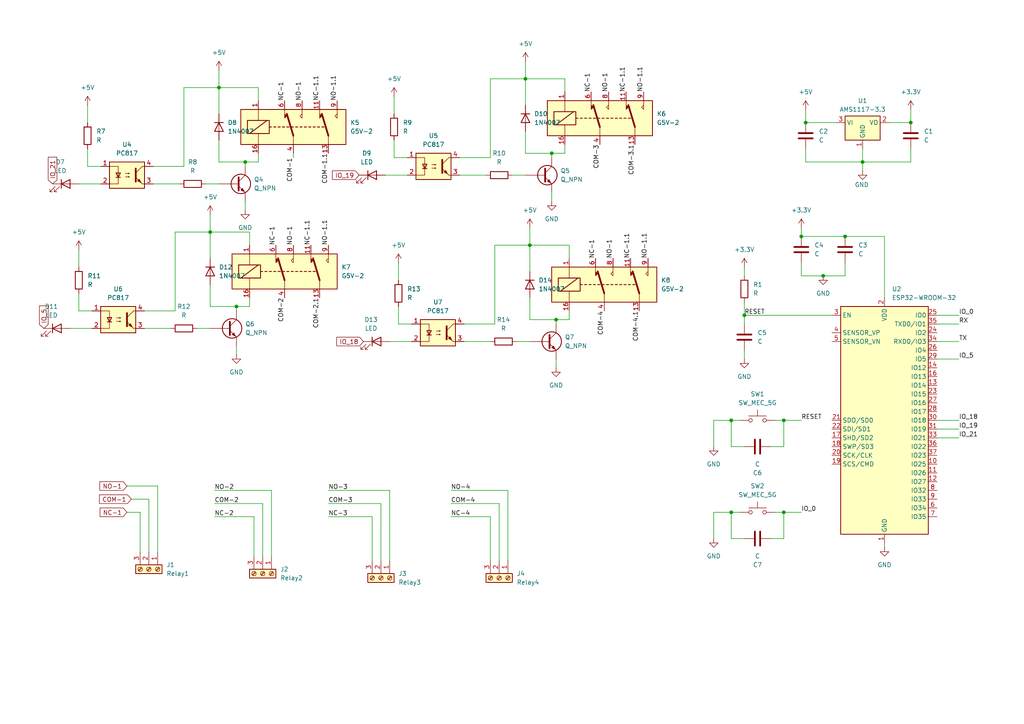
<source format=kicad_sch>
(kicad_sch (version 20250114) (generator "eeschema") (generator_version "9.0")
  (paper "A4")
  (lib_symbols
    (symbol "Connector:Screw_Terminal_01x03" (pin_names (offset 1.016) (hide yes))
      (property "Reference" "J" (at 0 5.08 0))
      (property "Value" "Screw_Terminal_01x03" (at 0 -5.08 0))
      (symbol "Screw_Terminal_01x03_1_1"
        (rectangle (start -1.27 3.81) (end 1.27 -3.81) (stroke (width 0.254)) (fill (type background)))
        (polyline (pts (xy -0.5334 2.8702) (xy 0.3302 2.032)) (stroke (width 0.1524)))
        (polyline (pts (xy -0.5334 0.3302) (xy 0.3302 -0.508)) (stroke (width 0.1524)))
        (polyline (pts (xy -0.5334 -2.2098) (xy 0.3302 -3.048)) (stroke (width 0.1524)))
        (polyline (pts (xy -0.3556 3.048) (xy 0.508 2.2098)) (stroke (width 0.1524)))
        (polyline (pts (xy -0.3556 0.508) (xy 0.508 -0.3302)) (stroke (width 0.1524)))
        (polyline (pts (xy -0.3556 -2.032) (xy 0.508 -2.8702)) (stroke (width 0.1524)))
        (circle (center 0 2.54) (radius 0.635) (stroke (width 0.1524)))
        (circle (center 0 0) (radius 0.635) (stroke (width 0.1524)))
        (circle (center 0 -2.54) (radius 0.635) (stroke (width 0.1524)))
        (pin passive line (at -5.08 2.54 0) (length 3.81) (name "Pin_1") (number "1"))
        (pin passive line (at -5.08 0 0) (length 3.81) (name "Pin_2") (number "2"))
        (pin passive line (at -5.08 -2.54 0) (length 3.81) (name "Pin_3") (number "3"))
      )
    )
    (symbol "Device:C" (pin_numbers (hide yes)) (pin_names (offset 0.254))
      (property "Reference" "C" (at 0.635 2.54 0))
      (property "Value" "C" (at 0.635 -2.54 0))
      (symbol "C_0_1"
        (polyline (pts (xy -2.032 0.762) (xy 2.032 0.762)) (stroke (width 0.508)))
        (polyline (pts (xy -2.032 -0.762) (xy 2.032 -0.762)) (stroke (width 0.508)))
      )
      (symbol "C_1_1"
        (pin passive line (at 0 3.81 270) (length 2.794) (name "~") (number "1"))
        (pin passive line (at 0 -3.81 90) (length 2.794) (name "~") (number "2"))
      )
    )
    (symbol "Device:LED" (pin_numbers (hide yes)) (pin_names (offset 1.016) (hide yes))
      (property "Reference" "D" (at 0 2.54 0))
      (property "Value" "LED" (at 0 -2.54 0))
      (symbol "LED_0_1"
        (polyline (pts (xy -3.048 -0.762) (xy -4.572 -2.286) (xy -3.81 -2.286) (xy -4.572 -2.286) (xy -4.572 -1.524)))
        (polyline (pts (xy -1.778 -0.762) (xy -3.302 -2.286) (xy -2.54 -2.286) (xy -3.302 -2.286) (xy -3.302 -1.524)))
        (polyline (pts (xy -1.27 0) (xy 1.27 0)))
        (polyline (pts (xy -1.27 -1.27) (xy -1.27 1.27)) (stroke (width 0.254)))
        (polyline (pts (xy 1.27 -1.27) (xy 1.27 1.27) (xy -1.27 0) (xy 1.27 -1.27)) (stroke (width 0.254)))
      )
      (symbol "LED_1_1"
        (pin passive line (at -3.81 0 0) (length 2.54) (name "K") (number "1"))
        (pin passive line (at 3.81 0 180) (length 2.54) (name "A") (number "2"))
      )
    )
    (symbol "Device:Q_NPN" (pin_numbers (hide yes)) (pin_names (offset 0) (hide yes))
      (property "Reference" "Q" (at 5.08 1.27 0))
      (property "Value" "Q_NPN" (at 5.08 -1.27 0))
      (symbol "Q_NPN_0_1"
        (polyline (pts (xy -2.54 0) (xy 0.635 0)))
        (polyline (pts (xy 0.635 1.905) (xy 0.635 -1.905)) (stroke (width 0.508)))
        (polyline (pts (xy 0.635 0.635) (xy 2.54 2.54)))
        (polyline (pts (xy 0.635 -0.635) (xy 2.54 -2.54)))
        (circle (center 1.27 0) (radius 2.8194) (stroke (width 0.254)))
        (polyline (pts (xy 1.27 -1.778) (xy 1.778 -1.27) (xy 2.286 -2.286) (xy 1.27 -1.778)) (fill (type outline)))
      )
      (symbol "Q_NPN_1_1"
        (pin input line (at -5.08 0 0) (length 2.54) (name "B") (number "B"))
        (pin passive line (at 2.54 5.08 270) (length 2.54) (name "C") (number "C"))
        (pin passive line (at 2.54 -5.08 90) (length 2.54) (name "E") (number "E"))
      )
    )
    (symbol "Device:R" (pin_numbers (hide yes)) (pin_names (offset 0))
      (property "Reference" "R" (at 2.032 0 90))
      (property "Value" "R" (at 0 0 90))
      (symbol "R_0_1"
        (rectangle (start -1.016 -2.54) (end 1.016 2.54) (stroke (width 0.254)))
      )
      (symbol "R_1_1"
        (pin passive line (at 0 3.81 270) (length 1.27) (name "~") (number "1"))
        (pin passive line (at 0 -3.81 90) (length 1.27) (name "~") (number "2"))
      )
    )
    (symbol "Diode:1N4007" (pin_numbers (hide yes)) (pin_names (hide yes))
      (property "Reference" "D" (at 0 2.54 0))
      (property "Value" "1N4007" (at 0 -2.54 0))
      (symbol "1N4007_0_1"
        (polyline (pts (xy -1.27 1.27) (xy -1.27 -1.27)) (stroke (width 0.254)))
        (polyline (pts (xy 1.27 1.27) (xy 1.27 -1.27) (xy -1.27 0) (xy 1.27 1.27)) (stroke (width 0.254)))
        (polyline (pts (xy 1.27 0) (xy -1.27 0)))
      )
      (symbol "1N4007_1_1"
        (pin passive line (at -3.81 0 0) (length 2.54) (name "K") (number "1"))
        (pin passive line (at 3.81 0 180) (length 2.54) (name "A") (number "2"))
      )
    )
    (symbol "Isolator:PC817" (pin_names (offset 1.016))
      (property "Reference" "U" (at -5.08 5.08 0))
      (property "Value" "PC817" (at 0 5.08 0))
      (symbol "PC817_0_1"
        (rectangle (start -5.08 3.81) (end 5.08 -3.81) (stroke (width 0.254)) (fill (type background)))
        (polyline (pts (xy -5.08 2.54) (xy -2.54 2.54) (xy -2.54 -0.635)))
        (polyline (pts (xy -3.175 -0.635) (xy -1.905 -0.635)) (stroke (width 0.254)))
        (polyline (pts (xy -2.54 -0.635) (xy -2.54 -2.54) (xy -5.08 -2.54)))
        (polyline (pts (xy -2.54 -0.635) (xy -3.175 0.635) (xy -1.905 0.635) (xy -2.54 -0.635)) (stroke (width 0.254)))
        (polyline (pts (xy -0.508 0.508) (xy 0.762 0.508) (xy 0.381 0.381) (xy 0.381 0.635) (xy 0.762 0.508)))
        (polyline (pts (xy -0.508 -0.508) (xy 0.762 -0.508) (xy 0.381 -0.635) (xy 0.381 -0.381) (xy 0.762 -0.508)))
        (polyline (pts (xy 2.54 1.905) (xy 2.54 -1.905) (xy 2.54 -1.905)) (stroke (width 0.508)))
        (polyline (pts (xy 2.54 0.635) (xy 4.445 2.54)))
        (polyline (pts (xy 3.048 -1.651) (xy 3.556 -1.143) (xy 4.064 -2.159) (xy 3.048 -1.651) (xy 3.048 -1.651)) (fill (type outline)))
        (polyline (pts (xy 4.445 2.54) (xy 5.08 2.54)))
        (polyline (pts (xy 4.445 -2.54) (xy 2.54 -0.635)) (fill (type outline)))
        (polyline (pts (xy 4.445 -2.54) (xy 5.08 -2.54)))
      )
      (symbol "PC817_1_1"
        (pin passive line (at -7.62 2.54 0) (length 2.54) (name "~") (number "1"))
        (pin passive line (at -7.62 -2.54 0) (length 2.54) (name "~") (number "2"))
        (pin passive line (at 7.62 2.54 180) (length 2.54) (name "~") (number "4"))
        (pin passive line (at 7.62 -2.54 180) (length 2.54) (name "~") (number "3"))
      )
    )
    (symbol "RF_Module:ESP32-WROOM-32"
      (property "Reference" "U" (at -12.7 34.29 0))
      (property "Value" "ESP32-WROOM-32" (at 1.27 34.29 0))
      (symbol "ESP32-WROOM-32_0_1"
        (rectangle (start -12.7 33.02) (end 12.7 -33.02) (stroke (width 0.254)) (fill (type background)))
      )
      (symbol "ESP32-WROOM-32_1_1"
        (pin input line (at -15.24 30.48 0) (length 2.54) (name "EN") (number "3"))
        (pin input line (at -15.24 25.4 0) (length 2.54) (name "SENSOR_VP") (number "4"))
        (pin input line (at -15.24 22.86 0) (length 2.54) (name "SENSOR_VN") (number "5"))
        (pin bidirectional line (at -15.24 0 0) (length 2.54) (name "SDO/SD0") (number "21"))
        (pin bidirectional line (at -15.24 -2.54 0) (length 2.54) (name "SDI/SD1") (number "22"))
        (pin bidirectional line (at -15.24 -5.08 0) (length 2.54) (name "SHD/SD2") (number "17"))
        (pin bidirectional line (at -15.24 -7.62 0) (length 2.54) (name "SWP/SD3") (number "18"))
        (pin bidirectional line (at -15.24 -10.16 0) (length 2.54) (name "SCK/CLK") (number "20"))
        (pin bidirectional line (at -15.24 -12.7 0) (length 2.54) (name "SCS/CMD") (number "19"))
        (pin no_connect line (at -12.7 -27.94 0) (length 2.54) (hide yes) (name "NC") (number "32"))
        (pin power_in line (at 0 35.56 270) (length 2.54) (name "VDD") (number "2"))
        (pin power_in line (at 0 -35.56 90) (length 2.54) (name "GND") (number "1"))
        (pin passive line (at 0 -35.56 90) (length 2.54) (hide yes) (name "GND") (number "15"))
        (pin passive line (at 0 -35.56 90) (length 2.54) (hide yes) (name "GND") (number "38"))
        (pin passive line (at 0 -35.56 90) (length 2.54) (hide yes) (name "GND") (number "39"))
        (pin bidirectional line (at 15.24 30.48 180) (length 2.54) (name "IO0") (number "25"))
        (pin bidirectional line (at 15.24 27.94 180) (length 2.54) (name "TXD0/IO1") (number "35"))
        (pin bidirectional line (at 15.24 25.4 180) (length 2.54) (name "IO2") (number "24"))
        (pin bidirectional line (at 15.24 22.86 180) (length 2.54) (name "RXD0/IO3") (number "34"))
        (pin bidirectional line (at 15.24 20.32 180) (length 2.54) (name "IO4") (number "26"))
        (pin bidirectional line (at 15.24 17.78 180) (length 2.54) (name "IO5") (number "29"))
        (pin bidirectional line (at 15.24 15.24 180) (length 2.54) (name "IO12") (number "14"))
        (pin bidirectional line (at 15.24 12.7 180) (length 2.54) (name "IO13") (number "16"))
        (pin bidirectional line (at 15.24 10.16 180) (length 2.54) (name "IO14") (number "13"))
        (pin bidirectional line (at 15.24 7.62 180) (length 2.54) (name "IO15") (number "23"))
        (pin bidirectional line (at 15.24 5.08 180) (length 2.54) (name "IO16") (number "27"))
        (pin bidirectional line (at 15.24 2.54 180) (length 2.54) (name "IO17") (number "28"))
        (pin bidirectional line (at 15.24 0 180) (length 2.54) (name "IO18") (number "30"))
        (pin bidirectional line (at 15.24 -2.54 180) (length 2.54) (name "IO19") (number "31"))
        (pin bidirectional line (at 15.24 -5.08 180) (length 2.54) (name "IO21") (number "33"))
        (pin bidirectional line (at 15.24 -7.62 180) (length 2.54) (name "IO22") (number "36"))
        (pin bidirectional line (at 15.24 -10.16 180) (length 2.54) (name "IO23") (number "37"))
        (pin bidirectional line (at 15.24 -12.7 180) (length 2.54) (name "IO25") (number "10"))
        (pin bidirectional line (at 15.24 -15.24 180) (length 2.54) (name "IO26") (number "11"))
        (pin bidirectional line (at 15.24 -17.78 180) (length 2.54) (name "IO27") (number "12"))
        (pin bidirectional line (at 15.24 -20.32 180) (length 2.54) (name "IO32") (number "8"))
        (pin bidirectional line (at 15.24 -22.86 180) (length 2.54) (name "IO33") (number "9"))
        (pin input line (at 15.24 -25.4 180) (length 2.54) (name "IO34") (number "6"))
        (pin input line (at 15.24 -27.94 180) (length 2.54) (name "IO35") (number "7"))
      )
    )
    (symbol "Regulator_Linear:AMS1117-3.3"
      (property "Reference" "U" (at -3.81 3.175 0))
      (property "Value" "AMS1117-3.3" (at 0 3.175 0))
      (symbol "AMS1117-3.3_0_1"
        (rectangle (start -5.08 -5.08) (end 5.08 1.905) (stroke (width 0.254)) (fill (type background)))
      )
      (symbol "AMS1117-3.3_1_1"
        (pin power_in line (at -7.62 0 0) (length 2.54) (name "VI") (number "3"))
        (pin power_in line (at 0 -7.62 90) (length 2.54) (name "GND") (number "1"))
        (pin power_out line (at 7.62 0 180) (length 2.54) (name "VO") (number "2"))
      )
    )
    (symbol "Relay:G5V-2"
      (property "Reference" "K" (at 16.51 3.81 0))
      (property "Value" "G5V-2" (at 16.51 1.27 0))
      (symbol "G5V-2_0_1"
        (rectangle (start -15.24 5.08) (end 15.24 -5.08) (stroke (width 0.254)) (fill (type background)))
        (rectangle (start -13.335 1.905) (end -6.985 -1.905) (stroke (width 0.254)))
        (polyline (pts (xy -12.7 -1.905) (xy -7.62 1.905)) (stroke (width 0.254)))
        (polyline (pts (xy -10.16 5.08) (xy -10.16 1.905)))
        (polyline (pts (xy -10.16 -5.08) (xy -10.16 -1.905)))
        (polyline (pts (xy -6.985 0) (xy -6.35 0)) (stroke (width 0.254)))
        (polyline (pts (xy -5.715 0) (xy -5.08 0)) (stroke (width 0.254)))
        (polyline (pts (xy -4.445 0) (xy -3.81 0)) (stroke (width 0.254)))
        (polyline (pts (xy -3.175 0) (xy -2.54 0)) (stroke (width 0.254)))
        (polyline (pts (xy -2.54 5.08) (xy -2.54 2.54) (xy -1.905 3.175) (xy -2.54 3.81)) (fill (type outline)))
        (polyline (pts (xy -1.905 0) (xy -1.27 0)) (stroke (width 0.254)))
        (polyline (pts (xy -0.635 0) (xy 0 0)) (stroke (width 0.254)))
        (polyline (pts (xy 0 -2.54) (xy -1.905 3.81)) (stroke (width 0.508)))
        (polyline (pts (xy 0 -2.54) (xy 0 -5.08)))
        (polyline (pts (xy 0.635 0) (xy 1.27 0)) (stroke (width 0.254)))
        (polyline (pts (xy 1.905 0) (xy 2.54 0)) (stroke (width 0.254)))
        (polyline (pts (xy 2.54 5.08) (xy 2.54 2.54) (xy 1.905 3.175) (xy 2.54 3.81)))
        (polyline (pts (xy 3.175 0) (xy 3.81 0)) (stroke (width 0.254)))
        (polyline (pts (xy 4.445 0) (xy 5.08 0)) (stroke (width 0.254)))
        (polyline (pts (xy 5.715 0) (xy 6.35 0)) (stroke (width 0.254)))
        (polyline (pts (xy 6.985 0) (xy 7.62 0)) (stroke (width 0.254)))
        (polyline (pts (xy 7.62 5.08) (xy 7.62 2.54) (xy 8.255 3.175) (xy 7.62 3.81)) (fill (type outline)))
        (polyline (pts (xy 8.255 0) (xy 8.89 0)) (stroke (width 0.254)))
        (polyline (pts (xy 10.16 -2.54) (xy 8.255 3.81)) (stroke (width 0.508)))
        (polyline (pts (xy 10.16 -2.54) (xy 10.16 -5.08)))
        (polyline (pts (xy 12.7 5.08) (xy 12.7 2.54) (xy 12.065 3.175) (xy 12.7 3.81)))
      )
      (symbol "G5V-2_1_1"
        (pin passive line (at -10.16 7.62 270) (length 2.54) (name "~") (number "1"))
        (pin passive line (at -10.16 -7.62 90) (length 2.54) (name "~") (number "16"))
        (pin passive line (at -2.54 7.62 270) (length 2.54) (name "~") (number "6"))
        (pin passive line (at 0 -7.62 90) (length 2.54) (name "~") (number "4"))
        (pin passive line (at 2.54 7.62 270) (length 2.54) (name "~") (number "8"))
        (pin passive line (at 7.62 7.62 270) (length 2.54) (name "~") (number "11"))
        (pin passive line (at 10.16 -7.62 90) (length 2.54) (name "~") (number "13"))
        (pin passive line (at 12.7 7.62 270) (length 2.54) (name "~") (number "9"))
      )
    )
    (symbol "Switch:SW_MEC_5G" (pin_numbers (hide yes)) (pin_names (offset 1.016) (hide yes))
      (property "Reference" "SW" (at 1.27 2.54 0))
      (property "Value" "SW_MEC_5G" (at 0 -1.524 0))
      (symbol "SW_MEC_5G_0_1"
        (circle (center -2.032 0) (radius 0.508))
        (polyline (pts (xy 0 1.27) (xy 0 3.048)))
        (circle (center 2.032 0) (radius 0.508))
        (polyline (pts (xy 2.54 1.27) (xy -2.54 1.27)))
        (pin passive line (at -5.08 0 0) (length 2.54) (name "A") (number "1"))
        (pin passive line (at 5.08 0 180) (length 2.54) (name "B") (number "3"))
      )
      (symbol "SW_MEC_5G_1_1"
        (pin passive line (at -5.08 0 0) (length 2.54) (hide yes) (name "A") (number "2"))
        (pin passive line (at 5.08 0 180) (length 2.54) (hide yes) (name "B") (number "4"))
      )
    )
    (symbol "power:+3.3V" (power) (pin_numbers (hide yes)) (pin_names (offset 0) (hide yes))
      (property "Value" "+3.3V" (at 0 3.556 0))
      (symbol "+3.3V_0_1"
        (polyline (pts (xy -0.762 1.27) (xy 0 2.54)))
        (polyline (pts (xy 0 2.54) (xy 0.762 1.27)))
        (polyline (pts (xy 0 0) (xy 0 2.54)))
      )
      (symbol "+3.3V_1_1"
        (pin power_in line (at 0 0 90) (length 0) (name "~") (number "1"))
      )
    )
    (symbol "power:+5V" (power) (pin_numbers (hide yes)) (pin_names (offset 0) (hide yes))
      (property "Value" "+5V" (at 0 3.556 0))
      (symbol "+5V_0_1"
        (polyline (pts (xy -0.762 1.27) (xy 0 2.54)))
        (polyline (pts (xy 0 2.54) (xy 0.762 1.27)))
        (polyline (pts (xy 0 0) (xy 0 2.54)))
      )
      (symbol "+5V_1_1"
        (pin power_in line (at 0 0 90) (length 0) (name "~") (number "1"))
      )
    )
    (symbol "power:GND" (power) (pin_numbers (hide yes)) (pin_names (offset 0) (hide yes))
      (property "Value" "GND" (at 0 -3.81 0))
      (symbol "GND_0_1"
        (polyline (pts (xy 0 0) (xy 0 -1.27) (xy 1.27 -1.27) (xy 0 -2.54) (xy -1.27 -1.27) (xy 0 -1.27)))
      )
      (symbol "GND_1_1"
        (pin power_in line (at 0 0 270) (length 0) (name "~") (number "1"))
      )
    )
  )
  (junction (at 161.29 92.71))
  (junction (at 232.41 68.58))
  (junction (at 227.33 148.59))
  (junction (at 160.02 44.45))
  (junction (at 152.4 22.86))
  (junction (at 215.9 91.44))
  (junction (at 212.09 121.92))
  (junction (at 245.11 68.58))
  (junction (at 68.58 88.9))
  (junction (at 71.12 46.99))
  (junction (at 227.33 121.92))
  (junction (at 63.5 25.4))
  (junction (at 233.68 35.56))
  (junction (at 153.67 71.12))
  (junction (at 250.19 46.99))
  (junction (at 238.76 80.01))
  (junction (at 212.09 148.59))
  (junction (at 60.96 67.31))
  (junction (at 264.16 35.56))
  (wire (pts (xy 215.9 87.63) (xy 215.9 91.44)))
  (wire (pts (xy 72.39 71.12) (xy 72.39 67.31)))
  (wire (pts (xy 71.12 46.99) (xy 71.12 48.26)))
  (wire (pts (xy 152.4 17.78) (xy 152.4 22.86)))
  (wire (pts (xy 271.78 127) (xy 278.13 127)))
  (wire (pts (xy 53.34 25.4) (xy 63.5 25.4)))
  (wire (pts (xy 73.66 149.86) (xy 73.66 161.29)))
  (wire (pts (xy 143.51 93.98) (xy 143.51 71.12)))
  (wire (pts (xy 250.19 46.99) (xy 250.19 49.53)))
  (wire (pts (xy 212.09 129.54) (xy 215.9 129.54)))
  (wire (pts (xy 256.54 86.36) (xy 256.54 68.58)))
  (wire (pts (xy 215.9 91.44) (xy 215.9 93.98)))
  (wire (pts (xy 113.03 99.06) (xy 119.38 99.06)))
  (wire (pts (xy 41.91 95.25) (xy 49.53 95.25)))
  (wire (pts (xy 72.39 86.36) (xy 72.39 88.9)))
  (wire (pts (xy 62.23 149.86) (xy 73.66 149.86)))
  (wire (pts (xy 163.83 41.91) (xy 163.83 44.45)))
  (wire (pts (xy 60.96 62.23) (xy 60.96 67.31)))
  (wire (pts (xy 25.4 43.18) (xy 25.4 48.26)))
  (wire (pts (xy 153.67 66.04) (xy 153.67 71.12)))
  (wire (pts (xy 60.96 82.55) (xy 60.96 88.9)))
  (wire (pts (xy 232.41 68.58) (xy 245.11 68.58)))
  (wire (pts (xy 165.1 71.12) (xy 153.67 71.12)))
  (wire (pts (xy 40.64 148.59) (xy 36.83 148.59)))
  (wire (pts (xy 144.78 146.05) (xy 130.81 146.05)))
  (wire (pts (xy 40.64 160.02) (xy 40.64 148.59)))
  (wire (pts (xy 160.02 55.88) (xy 160.02 58.42)))
  (wire (pts (xy 227.33 156.21) (xy 223.52 156.21)))
  (wire (pts (xy 22.86 90.17) (xy 26.67 90.17)))
  (wire (pts (xy 148.59 50.8) (xy 152.4 50.8)))
  (wire (pts (xy 271.78 121.92) (xy 278.13 121.92)))
  (wire (pts (xy 163.83 22.86) (xy 152.4 22.86)))
  (wire (pts (xy 271.78 91.44) (xy 278.13 91.44)))
  (wire (pts (xy 264.16 46.99) (xy 264.16 43.18)))
  (wire (pts (xy 232.41 80.01) (xy 238.76 80.01)))
  (wire (pts (xy 153.67 92.71) (xy 161.29 92.71)))
  (wire (pts (xy 68.58 88.9) (xy 68.58 90.17)))
  (wire (pts (xy 71.12 58.42) (xy 71.12 60.96)))
  (wire (pts (xy 133.35 45.72) (xy 142.24 45.72)))
  (wire (pts (xy 50.8 67.31) (xy 60.96 67.31)))
  (wire (pts (xy 227.33 121.92) (xy 232.41 121.92)))
  (wire (pts (xy 114.3 40.64) (xy 114.3 45.72)))
  (wire (pts (xy 232.41 76.2) (xy 232.41 80.01)))
  (wire (pts (xy 212.09 121.92) (xy 214.63 121.92)))
  (wire (pts (xy 215.9 101.6) (xy 215.9 104.14)))
  (wire (pts (xy 250.19 43.18) (xy 250.19 46.99)))
  (wire (pts (xy 50.8 90.17) (xy 50.8 67.31)))
  (wire (pts (xy 142.24 162.56) (xy 142.24 149.86)))
  (wire (pts (xy 165.1 74.93) (xy 165.1 71.12)))
  (wire (pts (xy 22.86 53.34) (xy 29.21 53.34)))
  (wire (pts (xy 25.4 30.48) (xy 25.4 35.56)))
  (wire (pts (xy 233.68 46.99) (xy 233.68 43.18)))
  (wire (pts (xy 245.11 76.2) (xy 245.11 80.01)))
  (wire (pts (xy 22.86 72.39) (xy 22.86 77.47)))
  (wire (pts (xy 115.57 76.2) (xy 115.57 81.28)))
  (wire (pts (xy 45.72 140.97) (xy 36.83 140.97)))
  (wire (pts (xy 63.5 46.99) (xy 71.12 46.99)))
  (wire (pts (xy 152.4 22.86) (xy 152.4 30.48)))
  (wire (pts (xy 271.78 124.46) (xy 278.13 124.46)))
  (wire (pts (xy 111.76 50.8) (xy 118.11 50.8)))
  (wire (pts (xy 160.02 44.45) (xy 163.83 44.45)))
  (wire (pts (xy 41.91 90.17) (xy 50.8 90.17)))
  (wire (pts (xy 227.33 148.59) (xy 232.41 148.59)))
  (wire (pts (xy 233.68 35.56) (xy 242.57 35.56)))
  (wire (pts (xy 71.12 46.99) (xy 74.93 46.99)))
  (wire (pts (xy 207.01 129.54) (xy 207.01 121.92)))
  (wire (pts (xy 144.78 162.56) (xy 144.78 146.05)))
  (wire (pts (xy 224.79 121.92) (xy 227.33 121.92)))
  (wire (pts (xy 44.45 53.34) (xy 52.07 53.34)))
  (wire (pts (xy 62.23 142.24) (xy 78.74 142.24)))
  (wire (pts (xy 149.86 99.06) (xy 153.67 99.06)))
  (wire (pts (xy 256.54 68.58) (xy 245.11 68.58)))
  (wire (pts (xy 74.93 29.21) (xy 74.93 25.4)))
  (wire (pts (xy 250.19 46.99) (xy 264.16 46.99)))
  (wire (pts (xy 160.02 44.45) (xy 160.02 45.72)))
  (wire (pts (xy 250.19 46.99) (xy 233.68 46.99)))
  (wire (pts (xy 107.95 149.86) (xy 95.25 149.86)))
  (wire (pts (xy 25.4 48.26) (xy 29.21 48.26)))
  (wire (pts (xy 153.67 71.12) (xy 153.67 78.74)))
  (wire (pts (xy 62.23 146.05) (xy 76.2 146.05)))
  (wire (pts (xy 110.49 162.56) (xy 110.49 146.05)))
  (wire (pts (xy 43.18 160.02) (xy 43.18 144.78)))
  (wire (pts (xy 152.4 44.45) (xy 160.02 44.45)))
  (wire (pts (xy 110.49 146.05) (xy 95.25 146.05)))
  (wire (pts (xy 20.32 95.25) (xy 26.67 95.25)))
  (wire (pts (xy 142.24 149.86) (xy 130.81 149.86)))
  (wire (pts (xy 22.86 85.09) (xy 22.86 90.17)))
  (wire (pts (xy 74.93 44.45) (xy 74.93 46.99)))
  (wire (pts (xy 147.32 162.56) (xy 147.32 142.24)))
  (wire (pts (xy 264.16 31.75) (xy 264.16 35.56)))
  (wire (pts (xy 45.72 160.02) (xy 45.72 140.97)))
  (wire (pts (xy 57.15 95.25) (xy 60.96 95.25)))
  (wire (pts (xy 152.4 38.1) (xy 152.4 44.45)))
  (wire (pts (xy 107.95 162.56) (xy 107.95 149.86)))
  (wire (pts (xy 224.79 148.59) (xy 227.33 148.59)))
  (wire (pts (xy 59.69 53.34) (xy 63.5 53.34)))
  (wire (pts (xy 257.81 35.56) (xy 264.16 35.56)))
  (wire (pts (xy 143.51 71.12) (xy 153.67 71.12)))
  (wire (pts (xy 68.58 100.33) (xy 68.58 102.87)))
  (wire (pts (xy 153.67 86.36) (xy 153.67 92.71)))
  (wire (pts (xy 163.83 26.67) (xy 163.83 22.86)))
  (wire (pts (xy 134.62 99.06) (xy 142.24 99.06)))
  (wire (pts (xy 212.09 148.59) (xy 212.09 156.21)))
  (wire (pts (xy 207.01 121.92) (xy 212.09 121.92)))
  (wire (pts (xy 212.09 121.92) (xy 212.09 129.54)))
  (wire (pts (xy 212.09 156.21) (xy 215.9 156.21)))
  (wire (pts (xy 233.68 31.75) (xy 233.68 35.56)))
  (wire (pts (xy 114.3 27.94) (xy 114.3 33.02)))
  (wire (pts (xy 161.29 92.71) (xy 161.29 93.98)))
  (wire (pts (xy 43.18 144.78) (xy 38.1 144.78)))
  (wire (pts (xy 271.78 99.06) (xy 278.13 99.06)))
  (wire (pts (xy 256.54 157.48) (xy 256.54 158.75)))
  (wire (pts (xy 63.5 25.4) (xy 63.5 33.02)))
  (wire (pts (xy 60.96 67.31) (xy 60.96 74.93)))
  (wire (pts (xy 53.34 48.26) (xy 53.34 25.4)))
  (wire (pts (xy 227.33 121.92) (xy 227.33 129.54)))
  (wire (pts (xy 85.09 44.45) (xy 85.09 45.72)))
  (wire (pts (xy 161.29 104.14) (xy 161.29 106.68)))
  (wire (pts (xy 271.78 93.98) (xy 278.13 93.98)))
  (wire (pts (xy 227.33 148.59) (xy 227.33 156.21)))
  (wire (pts (xy 215.9 91.44) (xy 241.3 91.44)))
  (wire (pts (xy 44.45 48.26) (xy 53.34 48.26)))
  (wire (pts (xy 271.78 104.14) (xy 278.13 104.14)))
  (wire (pts (xy 207.01 148.59) (xy 212.09 148.59)))
  (wire (pts (xy 142.24 45.72) (xy 142.24 22.86)))
  (wire (pts (xy 133.35 50.8) (xy 140.97 50.8)))
  (wire (pts (xy 227.33 129.54) (xy 223.52 129.54)))
  (wire (pts (xy 68.58 88.9) (xy 72.39 88.9)))
  (wire (pts (xy 60.96 88.9) (xy 68.58 88.9)))
  (wire (pts (xy 245.11 80.01) (xy 238.76 80.01)))
  (wire (pts (xy 114.3 45.72) (xy 118.11 45.72)))
  (wire (pts (xy 212.09 148.59) (xy 214.63 148.59)))
  (wire (pts (xy 113.03 142.24) (xy 95.25 142.24)))
  (wire (pts (xy 207.01 156.21) (xy 207.01 148.59)))
  (wire (pts (xy 142.24 22.86) (xy 152.4 22.86)))
  (wire (pts (xy 76.2 146.05) (xy 76.2 161.29)))
  (wire (pts (xy 115.57 93.98) (xy 119.38 93.98)))
  (wire (pts (xy 147.32 142.24) (xy 130.81 142.24)))
  (wire (pts (xy 63.5 20.32) (xy 63.5 25.4)))
  (wire (pts (xy 63.5 40.64) (xy 63.5 46.99)))
  (wire (pts (xy 161.29 92.71) (xy 165.1 92.71)))
  (wire (pts (xy 215.9 77.47) (xy 215.9 80.01)))
  (wire (pts (xy 78.74 142.24) (xy 78.74 161.29)))
  (wire (pts (xy 165.1 90.17) (xy 165.1 92.71)))
  (wire (pts (xy 113.03 162.56) (xy 113.03 142.24)))
  (wire (pts (xy 115.57 88.9) (xy 115.57 93.98)))
  (wire (pts (xy 74.93 25.4) (xy 63.5 25.4)))
  (wire (pts (xy 72.39 67.31) (xy 60.96 67.31)))
  (wire (pts (xy 232.41 66.04) (xy 232.41 68.58)))
  (wire (pts (xy 134.62 93.98) (xy 143.51 93.98)))
  (label "RX" (at 278.13 93.98 0))
  (label "NO-1" (at 87.63 29.21 90))
  (label "COM-3.1" (at 184.15 41.91 270))
  (label "NO-1" (at 176.53 26.67 90))
  (label "RESET" (at 215.9 91.44 0))
  (label "COM-4" (at 175.26 90.17 270))
  (label "NC-1.1" (at 181.61 26.67 90))
  (label "NC-1.1" (at 92.71 29.21 90))
  (label "NO-1.1" (at 186.69 26.67 90))
  (label "NC-1.1" (at 182.88 74.93 90))
  (label "COM-1.1" (at 95.25 44.45 270))
  (label "NC-2" (at 62.23 149.86 0))
  (label "IO_21" (at 278.13 127 0))
  (label "COM-4.1" (at 185.42 90.17 270))
  (label "NO-1" (at 177.8 74.93 90))
  (label "NC-1" (at 171.45 26.67 90))
  (label "COM-4" (at 130.81 146.05 0))
  (label "IO_0" (at 278.13 91.44 0))
  (label "COM-1" (at 85.09 45.72 270))
  (label "NC-1" (at 80.01 71.12 90))
  (label "COM-3" (at 95.25 146.05 0))
  (label "IO_19" (at 278.13 124.46 0))
  (label "IO_0" (at 232.41 148.59 0))
  (label "COM-3" (at 173.99 41.91 270))
  (label "NO-3" (at 95.25 142.24 0))
  (label "NC-3" (at 95.25 149.86 0))
  (label "IO_5" (at 278.13 104.14 0))
  (label "NO-4" (at 130.81 142.24 0))
  (label "COM-2" (at 82.55 86.36 270))
  (label "NC-4" (at 130.81 149.86 0))
  (label "TX" (at 278.13 99.06 0))
  (label "NO-1.1" (at 187.96 74.93 90))
  (label "IO_18" (at 278.13 121.92 0))
  (label "NC-1" (at 82.55 29.21 90))
  (label "COM-2.1" (at 92.71 86.36 270))
  (label "NO-1.1" (at 97.79 29.21 90))
  (label "NO-1.1" (at 95.25 71.12 90))
  (label "COM-2" (at 62.23 146.05 0))
  (label "NC-1" (at 172.72 74.93 90))
  (label "NC-1.1" (at 90.17 71.12 90))
  (label "RESET" (at 232.41 121.92 0))
  (label "NO-2" (at 62.23 142.24 0))
  (label "NO-1" (at 85.09 71.12 90))
  (global_label "IO_5" (shape input) (at 12.7 95.25 90) (property "Intersheetrefs" "${INTERSHEET_REFS}" (effects (hide yes))))
  (global_label "NC-1" (shape input) (at 36.83 148.59 180) (property "Intersheetrefs" "${INTERSHEET_REFS}" (effects (hide yes))))
  (global_label "IO_21" (shape input) (at 15.24 53.34 90) (property "Intersheetrefs" "${INTERSHEET_REFS}" (effects (hide yes))))
  (global_label "IO_18" (shape input) (at 105.41 99.06 180) (property "Intersheetrefs" "${INTERSHEET_REFS}" (effects (hide yes))))
  (global_label "COM-1" (shape input) (at 38.1 144.78 180) (property "Intersheetrefs" "${INTERSHEET_REFS}" (effects (hide yes))))
  (global_label "NO-1" (shape input) (at 36.83 140.97 180) (property "Intersheetrefs" "${INTERSHEET_REFS}" (effects (hide yes))))
  (global_label "IO_19" (shape input) (at 104.14 50.8 180) (property "Intersheetrefs" "${INTERSHEET_REFS}" (effects (hide yes))))
  (symbol (lib_id "Device:R") (at 114.3 36.83 0) (unit 1)
    (property "Reference" "R9" (at 116.84 35.5599 0) (effects (justify left)))
    (property "Value" "R" (at 116.84 38.0999 0) (effects (justify left)))
    (property "Description" "Resistor" (effects (hide yes)))
  )
  (symbol (lib_id "Device:C") (at 215.9 97.79 0) (unit 1)
    (property "Reference" "C5" (at 219.71 96.5199 0) (effects (justify left)))
    (property "Value" "C" (at 219.71 99.0599 0) (effects (justify left)))
    (property "Description" "Unpolarized capacitor" (effects (hide yes)))
  )
  (symbol (lib_id "Device:C") (at 219.71 156.21 270) (mirror x) (unit 1)
    (property "Reference" "C7" (at 219.71 163.83 90))
    (property "Value" "C" (at 219.71 161.29 90))
    (property "Description" "Unpolarized capacitor" (effects (hide yes)))
  )
  (symbol (lib_id "power:+5V") (at 63.5 20.32 0) (unit 1)
    (property "Reference" "#PWR03" (effects (hide yes)))
    (property "Value" "+5V" (at 63.5 15.24 0))
    (property "Description" "Power symbol creates a global label with name \"+5V\"" (effects (hide yes)))
  )
  (symbol (lib_id "Device:LED") (at 109.22 99.06 0) (unit 1)
    (property "Reference" "D13" (at 107.6325 92.71 0))
    (property "Value" "LED" (at 107.6325 95.25 0))
    (property "Description" "Light emitting diode" (effects (hide yes)))
    (property "Sim.Pins" "1=K 2=A" (effects (hide yes)))
  )
  (symbol (lib_id "Device:Q_NPN") (at 157.48 50.8 0) (unit 1)
    (property "Reference" "Q5" (at 162.56 49.5299 0) (effects (justify left)))
    (property "Value" "Q_NPN" (at 162.56 52.0699 0) (effects (justify left)))
    (property "Description" "NPN bipolar junction transistor" (effects (hide yes)))
  )
  (symbol (lib_id "power:GND") (at 256.54 158.75 0) (unit 1)
    (property "Reference" "#PWR022" (effects (hide yes)))
    (property "Value" "GND" (at 256.54 163.83 0))
    (property "Description" "Power symbol creates a global label with name \"GND\" , ground" (effects (hide yes)))
  )
  (symbol (lib_id "Connector:Screw_Terminal_01x03") (at 76.2 166.37 270) (unit 1)
    (property "Reference" "J2" (at 81.28 165.0999 90) (effects (justify left)))
    (property "Value" "Relay2" (at 81.28 167.6399 90) (effects (justify left)))
    (property "Description" "Generic screw terminal, single row, 01x03, script generated (kicad-library-utils/schlib/autogen/connector/)" (effects (hide yes)))
  )
  (symbol (lib_id "Connector:Screw_Terminal_01x03") (at 110.49 167.64 270) (unit 1)
    (property "Reference" "J3" (at 115.57 166.3699 90) (effects (justify left)))
    (property "Value" "Relay3" (at 115.57 168.9099 90) (effects (justify left)))
    (property "Description" "Generic screw terminal, single row, 01x03, script generated (kicad-library-utils/schlib/autogen/connector/)" (effects (hide yes)))
  )
  (symbol (lib_id "Device:R") (at 215.9 83.82 0) (unit 1)
    (property "Reference" "R1" (at 218.44 82.5499 0) (effects (justify left)))
    (property "Value" "R" (at 218.44 85.0899 0) (effects (justify left)))
    (property "Description" "Resistor" (effects (hide yes)))
  )
  (symbol (lib_id "Device:Q_NPN") (at 66.04 95.25 0) (unit 1)
    (property "Reference" "Q6" (at 71.12 93.9799 0) (effects (justify left)))
    (property "Value" "Q_NPN" (at 71.12 96.5199 0) (effects (justify left)))
    (property "Description" "NPN bipolar junction transistor" (effects (hide yes)))
  )
  (symbol (lib_id "power:GND") (at 207.01 129.54 0) (unit 1)
    (property "Reference" "#PWR020" (effects (hide yes)))
    (property "Value" "GND" (at 207.01 134.62 0))
    (property "Description" "Power symbol creates a global label with name \"GND\" , ground" (effects (hide yes)))
  )
  (symbol (lib_id "power:+3.3V") (at 232.41 66.04 0) (unit 1)
    (property "Reference" "#PWR012" (effects (hide yes)))
    (property "Value" "+3.3V" (at 232.41 60.96 0))
    (property "Description" "Power symbol creates a global label with name \"+3.3V\"" (effects (hide yes)))
  )
  (symbol (lib_id "Device:R") (at 115.57 85.09 0) (unit 1)
    (property "Reference" "R13" (at 118.11 83.8199 0) (effects (justify left)))
    (property "Value" "R" (at 118.11 86.3599 0) (effects (justify left)))
    (property "Description" "Resistor" (effects (hide yes)))
  )
  (symbol (lib_id "Device:R") (at 53.34 95.25 90) (unit 1)
    (property "Reference" "R12" (at 53.34 88.9 90))
    (property "Value" "R" (at 53.34 91.44 90))
    (property "Description" "Resistor" (effects (hide yes)))
  )
  (symbol (lib_id "power:GND") (at 207.01 156.21 0) (unit 1)
    (property "Reference" "#PWR021" (effects (hide yes)))
    (property "Value" "GND" (at 207.01 161.29 0))
    (property "Description" "Power symbol creates a global label with name \"GND\" , ground" (effects (hide yes)))
  )
  (symbol (lib_id "Isolator:PC817") (at 34.29 92.71 0) (unit 1)
    (property "Reference" "U6" (at 34.29 83.82 0))
    (property "Value" "PC817" (at 34.29 86.36 0))
    (property "Footprint" "Package_DIP:DIP-4_W7.62mm" (effects (hide yes)))
    (property "Datasheet" "http://www.soselectronic.cz/a_info/resource/d/pc817.pdf" (effects (hide yes)))
    (property "Description" "DC Optocoupler, Vce 35V, CTR 50-300%, DIP-4" (effects (hide yes)))
  )
  (symbol (lib_id "Regulator_Linear:AMS1117-3.3") (at 250.19 35.56 0) (unit 1)
    (property "Reference" "U1" (at 250.19 29.21 0))
    (property "Value" "AMS1117-3.3" (at 250.19 31.75 0))
    (property "Footprint" "Package_TO_SOT_SMD:SOT-223-3_TabPin2" (effects (hide yes)))
    (property "Datasheet" "http://www.advanced-monolithic.com/pdf/ds1117.pdf" (effects (hide yes)))
    (property "Description" "1A Low Dropout regulator, positive, 3.3V fixed output, SOT-223" (effects (hide yes)))
  )
  (symbol (lib_id "Connector:Screw_Terminal_01x03") (at 144.78 167.64 270) (unit 1)
    (property "Reference" "J4" (at 149.86 166.3699 90) (effects (justify left)))
    (property "Value" "Relay4" (at 149.86 168.9099 90) (effects (justify left)))
    (property "Description" "Generic screw terminal, single row, 01x03, script generated (kicad-library-utils/schlib/autogen/connector/)" (effects (hide yes)))
  )
  (symbol (lib_id "Device:R") (at 55.88 53.34 90) (unit 1)
    (property "Reference" "R8" (at 55.88 46.99 90))
    (property "Value" "R" (at 55.88 49.53 90))
    (property "Description" "Resistor" (effects (hide yes)))
  )
  (symbol (lib_id "power:GND") (at 215.9 104.14 0) (unit 1)
    (property "Reference" "#PWR015" (effects (hide yes)))
    (property "Value" "GND" (at 215.9 109.22 0))
    (property "Description" "Power symbol creates a global label with name \"GND\" , ground" (effects (hide yes)))
  )
  (symbol (lib_id "Device:Q_NPN") (at 158.75 99.06 0) (unit 1)
    (property "Reference" "Q7" (at 163.83 97.7899 0) (effects (justify left)))
    (property "Value" "Q_NPN" (at 163.83 100.3299 0) (effects (justify left)))
    (property "Description" "NPN bipolar junction transistor" (effects (hide yes)))
  )
  (symbol (lib_id "Device:C") (at 245.11 72.39 0) (unit 1)
    (property "Reference" "C3" (at 248.92 71.1199 0) (effects (justify left)))
    (property "Value" "C" (at 248.92 73.6599 0) (effects (justify left)))
    (property "Description" "Unpolarized capacitor" (effects (hide yes)))
  )
  (symbol (lib_id "power:+5V") (at 114.3 27.94 0) (unit 1)
    (property "Reference" "#PWR011" (effects (hide yes)))
    (property "Value" "+5V" (at 114.3 22.86 0))
    (property "Description" "Power symbol creates a global label with name \"+5V\"" (effects (hide yes)))
  )
  (symbol (lib_id "power:+5V") (at 22.86 72.39 0) (unit 1)
    (property "Reference" "#PWR014" (effects (hide yes)))
    (property "Value" "+5V" (at 22.86 67.31 0))
    (property "Description" "Power symbol creates a global label with name \"+5V\"" (effects (hide yes)))
  )
  (symbol (lib_id "Device:C") (at 233.68 39.37 0) (unit 1)
    (property "Reference" "C2" (at 237.49 38.0999 0) (effects (justify left)))
    (property "Value" "C" (at 237.49 40.6399 0) (effects (justify left)))
    (property "Description" "Unpolarized capacitor" (effects (hide yes)))
  )
  (symbol (lib_id "power:+5V") (at 153.67 66.04 0) (unit 1)
    (property "Reference" "#PWR02" (effects (hide yes)))
    (property "Value" "+5V" (at 153.67 60.96 0))
    (property "Description" "Power symbol creates a global label with name \"+5V\"" (effects (hide yes)))
  )
  (symbol (lib_id "Connector:Screw_Terminal_01x03") (at 43.18 165.1 270) (unit 1)
    (property "Reference" "J1" (at 48.26 163.8299 90) (effects (justify left)))
    (property "Value" "Relay1" (at 48.26 166.3699 90) (effects (justify left)))
    (property "Description" "Generic screw terminal, single row, 01x03, script generated (kicad-library-utils/schlib/autogen/connector/)" (effects (hide yes)))
  )
  (symbol (lib_id "power:GND") (at 250.19 49.53 0) (unit 1)
    (property "Reference" "#PWR05" (effects (hide yes)))
    (property "Value" "GND" (at 249.936 53.594 0))
    (property "Description" "Power symbol creates a global label with name \"GND\" , ground" (effects (hide yes)))
  )
  (symbol (lib_id "Diode:1N4007") (at 152.4 34.29 270) (unit 1)
    (property "Reference" "D10" (at 154.94 33.0199 90) (effects (justify left)))
    (property "Value" "1N4007" (at 154.94 35.5599 90) (effects (justify left)))
    (property "Footprint" "Diode_THT:D_DO-41_SOD81_P10.16mm_Horizontal" (effects (hide yes)))
    (property "Datasheet" "http://www.vishay.com/docs/88503/1n4001.pdf" (effects (hide yes)))
    (property "Description" "1000V 1A General Purpose Rectifier Diode, DO-41" (effects (hide yes)))
    (property "Sim.Device" "D" (effects (hide yes)))
    (property "Sim.Pins" "1=K 2=A" (effects (hide yes)))
  )
  (symbol (lib_id "Switch:SW_MEC_5G") (at 219.71 121.92 0) (unit 1)
    (property "Reference" "SW1" (at 219.71 114.3 0))
    (property "Value" "SW_MEC_5G" (at 219.71 116.84 0))
    (property "Datasheet" "http://www.apem.com/int/index.php?controller=attachment&id_attachment=488" (effects (hide yes)))
    (property "Description" "MEC 5G single pole normally-open tactile switch" (effects (hide yes)))
  )
  (symbol (lib_id "Device:LED") (at 107.95 50.8 0) (unit 1)
    (property "Reference" "D9" (at 106.3625 44.45 0))
    (property "Value" "LED" (at 106.3625 46.99 0))
    (property "Description" "Light emitting diode" (effects (hide yes)))
    (property "Sim.Pins" "1=K 2=A" (effects (hide yes)))
  )
  (symbol (lib_id "Relay:G5V-2") (at 85.09 36.83 0) (unit 1)
    (property "Reference" "K5" (at 101.6 35.5599 0) (effects (justify left)))
    (property "Value" "G5V-2" (at 101.6 38.0999 0) (effects (justify left)))
    (property "Footprint" "Relay_THT:Relay_DPDT_Finder_30.22" (effects (hide yes)))
    (property "Datasheet" "http://omronfs.omron.com/en_US/ecb/products/pdf/en-g5v_2.pdf" (effects (hide yes)))
    (property "Description" "Relay Miniature Omron DPDT" (effects (hide yes)))
  )
  (symbol (lib_id "Device:C") (at 232.41 72.39 0) (unit 1)
    (property "Reference" "C4" (at 236.22 71.1199 0) (effects (justify left)))
    (property "Value" "C" (at 236.22 73.6599 0) (effects (justify left)))
    (property "Description" "Unpolarized capacitor" (effects (hide yes)))
  )
  (symbol (lib_id "Device:R") (at 22.86 81.28 0) (unit 1)
    (property "Reference" "R11" (at 25.4 80.0099 0) (effects (justify left)))
    (property "Value" "R" (at 25.4 82.5499 0) (effects (justify left)))
    (property "Description" "Resistor" (effects (hide yes)))
  )
  (symbol (lib_id "Device:C") (at 219.71 129.54 270) (mirror x) (unit 1)
    (property "Reference" "C6" (at 219.71 137.16 90))
    (property "Value" "C" (at 219.71 134.62 90))
    (property "Description" "Unpolarized capacitor" (effects (hide yes)))
  )
  (symbol (lib_id "power:GND") (at 71.12 60.96 0) (unit 1)
    (property "Reference" "#PWR010" (effects (hide yes)))
    (property "Value" "GND" (at 71.12 66.04 0))
    (property "Description" "Power symbol creates a global label with name \"GND\" , ground" (effects (hide yes)))
  )
  (symbol (lib_id "Device:LED") (at 19.05 53.34 0) (unit 1)
    (property "Reference" "D7" (at 17.4625 46.99 0))
    (property "Value" "LED" (at 17.4625 49.53 0))
    (property "Description" "Light emitting diode" (effects (hide yes)))
    (property "Sim.Pins" "1=K 2=A" (effects (hide yes)))
  )
  (symbol (lib_id "power:GND") (at 161.29 106.68 0) (unit 1)
    (property "Reference" "#PWR019" (effects (hide yes)))
    (property "Value" "GND" (at 161.29 111.76 0))
    (property "Description" "Power symbol creates a global label with name \"GND\" , ground" (effects (hide yes)))
  )
  (symbol (lib_id "Diode:1N4007") (at 63.5 36.83 270) (unit 1)
    (property "Reference" "D8" (at 66.04 35.5599 90) (effects (justify left)))
    (property "Value" "1N4007" (at 66.04 38.0999 90) (effects (justify left)))
    (property "Footprint" "Diode_THT:D_DO-41_SOD81_P10.16mm_Horizontal" (effects (hide yes)))
    (property "Datasheet" "http://www.vishay.com/docs/88503/1n4001.pdf" (effects (hide yes)))
    (property "Description" "1000V 1A General Purpose Rectifier Diode, DO-41" (effects (hide yes)))
    (property "Sim.Device" "D" (effects (hide yes)))
    (property "Sim.Pins" "1=K 2=A" (effects (hide yes)))
  )
  (symbol (lib_id "Device:Q_NPN") (at 68.58 53.34 0) (unit 1)
    (property "Reference" "Q4" (at 73.66 52.0699 0) (effects (justify left)))
    (property "Value" "Q_NPN" (at 73.66 54.6099 0) (effects (justify left)))
    (property "Description" "NPN bipolar junction transistor" (effects (hide yes)))
  )
  (symbol (lib_id "power:+5V") (at 233.68 31.75 0) (unit 1)
    (property "Reference" "#PWR06" (effects (hide yes)))
    (property "Value" "+5V" (at 233.68 26.67 0))
    (property "Description" "Power symbol creates a global label with name \"+5V\"" (effects (hide yes)))
  )
  (symbol (lib_id "power:+5V") (at 60.96 62.23 0) (unit 1)
    (property "Reference" "#PWR01" (effects (hide yes)))
    (property "Value" "+5V" (at 60.96 57.15 0))
    (property "Description" "Power symbol creates a global label with name \"+5V\"" (effects (hide yes)))
  )
  (symbol (lib_id "power:+5V") (at 115.57 76.2 0) (unit 1)
    (property "Reference" "#PWR017" (effects (hide yes)))
    (property "Value" "+5V" (at 115.57 71.12 0))
    (property "Description" "Power symbol creates a global label with name \"+5V\"" (effects (hide yes)))
  )
  (symbol (lib_id "Relay:G5V-2") (at 175.26 82.55 0) (unit 1)
    (property "Reference" "K8" (at 191.77 81.2799 0) (effects (justify left)))
    (property "Value" "G5V-2" (at 191.77 83.8199 0) (effects (justify left)))
    (property "Footprint" "Relay_THT:Relay_DPDT_Finder_30.22" (effects (hide yes)))
    (property "Datasheet" "http://omronfs.omron.com/en_US/ecb/products/pdf/en-g5v_2.pdf" (effects (hide yes)))
    (property "Description" "Relay Miniature Omron DPDT" (effects (hide yes)))
  )
  (symbol (lib_id "power:+3.3V") (at 264.16 31.75 0) (unit 1)
    (property "Reference" "#PWR07" (effects (hide yes)))
    (property "Value" "+3.3V" (at 264.16 26.67 0))
    (property "Description" "Power symbol creates a global label with name \"+3.3V\"" (effects (hide yes)))
  )
  (symbol (lib_id "Device:C") (at 264.16 39.37 0) (unit 1)
    (property "Reference" "C1" (at 267.97 38.0999 0) (effects (justify left)))
    (property "Value" "C" (at 267.97 40.6399 0) (effects (justify left)))
    (property "Description" "Unpolarized capacitor" (effects (hide yes)))
  )
  (symbol (lib_id "Switch:SW_MEC_5G") (at 219.71 148.59 0) (unit 1)
    (property "Reference" "SW2" (at 219.71 140.97 0))
    (property "Value" "SW_MEC_5G" (at 219.71 143.51 0))
    (property "Datasheet" "http://www.apem.com/int/index.php?controller=attachment&id_attachment=488" (effects (hide yes)))
    (property "Description" "MEC 5G single pole normally-open tactile switch" (effects (hide yes)))
  )
  (symbol (lib_id "Device:R") (at 25.4 39.37 0) (unit 1)
    (property "Reference" "R7" (at 27.94 38.0999 0) (effects (justify left)))
    (property "Value" "R" (at 27.94 40.6399 0) (effects (justify left)))
    (property "Description" "Resistor" (effects (hide yes)))
  )
  (symbol (lib_id "power:GND") (at 160.02 58.42 0) (unit 1)
    (property "Reference" "#PWR013" (effects (hide yes)))
    (property "Value" "GND" (at 160.02 63.5 0))
    (property "Description" "Power symbol creates a global label with name \"GND\" , ground" (effects (hide yes)))
  )
  (symbol (lib_id "Relay:G5V-2") (at 173.99 34.29 0) (unit 1)
    (property "Reference" "K6" (at 190.5 33.0199 0) (effects (justify left)))
    (property "Value" "G5V-2" (at 190.5 35.5599 0) (effects (justify left)))
    (property "Footprint" "Relay_THT:Relay_DPDT_Finder_30.22" (effects (hide yes)))
    (property "Datasheet" "http://omronfs.omron.com/en_US/ecb/products/pdf/en-g5v_2.pdf" (effects (hide yes)))
    (property "Description" "Relay Miniature Omron DPDT" (effects (hide yes)))
  )
  (symbol (lib_id "power:+5V") (at 152.4 17.78 0) (unit 1)
    (property "Reference" "#PWR04" (effects (hide yes)))
    (property "Value" "+5V" (at 152.4 12.7 0))
    (property "Description" "Power symbol creates a global label with name \"+5V\"" (effects (hide yes)))
  )
  (symbol (lib_id "Isolator:PC817") (at 127 96.52 0) (unit 1)
    (property "Reference" "U7" (at 127 87.63 0))
    (property "Value" "PC817" (at 127 90.17 0))
    (property "Footprint" "Package_DIP:DIP-4_W7.62mm" (effects (hide yes)))
    (property "Datasheet" "http://www.soselectronic.cz/a_info/resource/d/pc817.pdf" (effects (hide yes)))
    (property "Description" "DC Optocoupler, Vce 35V, CTR 50-300%, DIP-4" (effects (hide yes)))
  )
  (symbol (lib_id "power:+3.3V") (at 215.9 77.47 0) (unit 1)
    (property "Reference" "#PWR018" (effects (hide yes)))
    (property "Value" "+3.3V" (at 215.9 72.39 0))
    (property "Description" "Power symbol creates a global label with name \"+3.3V\"" (effects (hide yes)))
  )
  (symbol (lib_id "Device:R") (at 146.05 99.06 90) (unit 1)
    (property "Reference" "R14" (at 146.05 92.71 90))
    (property "Value" "R" (at 146.05 95.25 90))
    (property "Description" "Resistor" (effects (hide yes)))
  )
  (symbol (lib_id "Relay:G5V-2") (at 82.55 78.74 0) (unit 1)
    (property "Reference" "K7" (at 99.06 77.4699 0) (effects (justify left)))
    (property "Value" "G5V-2" (at 99.06 80.0099 0) (effects (justify left)))
    (property "Footprint" "Relay_THT:Relay_DPDT_Finder_30.22" (effects (hide yes)))
    (property "Datasheet" "http://omronfs.omron.com/en_US/ecb/products/pdf/en-g5v_2.pdf" (effects (hide yes)))
    (property "Description" "Relay Miniature Omron DPDT" (effects (hide yes)))
  )
  (symbol (lib_id "Device:R") (at 144.78 50.8 90) (unit 1)
    (property "Reference" "R10" (at 144.78 44.45 90))
    (property "Value" "R" (at 144.78 46.99 90))
    (property "Description" "Resistor" (effects (hide yes)))
  )
  (symbol (lib_id "power:GND") (at 238.76 80.01 0) (unit 1)
    (property "Reference" "#PWR09" (effects (hide yes)))
    (property "Value" "GND" (at 238.76 85.09 0))
    (property "Description" "Power symbol creates a global label with name \"GND\" , ground" (effects (hide yes)))
  )
  (symbol (lib_id "RF_Module:ESP32-WROOM-32") (at 256.54 121.92 0) (unit 1)
    (property "Reference" "U2" (at 258.6833 83.82 0) (effects (justify left)))
    (property "Value" "ESP32-WROOM-32" (at 258.6833 86.36 0) (effects (justify left)))
    (property "Footprint" "RF_Module:ESP32-WROOM-32" (effects (hide yes)))
    (property "Datasheet" "https://www.espressif.com/sites/default/files/documentation/esp32-wroom-32_datasheet_en.pdf" (effects (hide yes)))
    (property "Description" "RF Module, ESP32-D0WDQ6 SoC, Wi-Fi 802.11b/g/n, Bluetooth, BLE, 32-bit, 2.7-3.6V, onboard antenna, SMD" (effects (hide yes)))
  )
  (symbol (lib_id "Isolator:PC817") (at 36.83 50.8 0) (unit 1)
    (property "Reference" "U4" (at 36.83 41.91 0))
    (property "Value" "PC817" (at 36.83 44.45 0))
    (property "Footprint" "Package_DIP:DIP-4_W7.62mm" (effects (hide yes)))
    (property "Datasheet" "http://www.soselectronic.cz/a_info/resource/d/pc817.pdf" (effects (hide yes)))
    (property "Description" "DC Optocoupler, Vce 35V, CTR 50-300%, DIP-4" (effects (hide yes)))
  )
  (symbol (lib_id "power:+5V") (at 25.4 30.48 0) (unit 1)
    (property "Reference" "#PWR08" (effects (hide yes)))
    (property "Value" "+5V" (at 25.4 25.4 0))
    (property "Description" "Power symbol creates a global label with name \"+5V\"" (effects (hide yes)))
  )
  (symbol (lib_id "power:GND") (at 68.58 102.87 0) (unit 1)
    (property "Reference" "#PWR016" (effects (hide yes)))
    (property "Value" "GND" (at 68.58 107.95 0))
    (property "Description" "Power symbol creates a global label with name \"GND\" , ground" (effects (hide yes)))
  )
  (symbol (lib_id "Diode:1N4007") (at 153.67 82.55 270) (unit 1)
    (property "Reference" "D14" (at 156.21 81.2799 90) (effects (justify left)))
    (property "Value" "1N4007" (at 156.21 83.8199 90) (effects (justify left)))
    (property "Footprint" "Diode_THT:D_DO-41_SOD81_P10.16mm_Horizontal" (effects (hide yes)))
    (property "Datasheet" "http://www.vishay.com/docs/88503/1n4001.pdf" (effects (hide yes)))
    (property "Description" "1000V 1A General Purpose Rectifier Diode, DO-41" (effects (hide yes)))
    (property "Sim.Device" "D" (effects (hide yes)))
    (property "Sim.Pins" "1=K 2=A" (effects (hide yes)))
  )
  (symbol (lib_id "Device:LED") (at 16.51 95.25 0) (unit 1)
    (property "Reference" "D11" (at 14.9225 88.9 0))
    (property "Value" "LED" (at 14.9225 91.44 0))
    (property "Description" "Light emitting diode" (effects (hide yes)))
    (property "Sim.Pins" "1=K 2=A" (effects (hide yes)))
  )
  (symbol (lib_id "Diode:1N4007") (at 60.96 78.74 270) (unit 1)
    (property "Reference" "D12" (at 63.5 77.4699 90) (effects (justify left)))
    (property "Value" "1N4007" (at 63.5 80.0099 90) (effects (justify left)))
    (property "Footprint" "Diode_THT:D_DO-41_SOD81_P10.16mm_Horizontal" (effects (hide yes)))
    (property "Datasheet" "http://www.vishay.com/docs/88503/1n4001.pdf" (effects (hide yes)))
    (property "Description" "1000V 1A General Purpose Rectifier Diode, DO-41" (effects (hide yes)))
    (property "Sim.Device" "D" (effects (hide yes)))
    (property "Sim.Pins" "1=K 2=A" (effects (hide yes)))
  )
  (symbol (lib_id "Isolator:PC817") (at 125.73 48.26 0) (unit 1)
    (property "Reference" "U5" (at 125.73 39.37 0))
    (property "Value" "PC817" (at 125.73 41.91 0))
    (property "Footprint" "Package_DIP:DIP-4_W7.62mm" (effects (hide yes)))
    (property "Datasheet" "http://www.soselectronic.cz/a_info/resource/d/pc817.pdf" (effects (hide yes)))
    (property "Description" "DC Optocoupler, Vce 35V, CTR 50-300%, DIP-4" (effects (hide yes)))
  )
)
</source>
